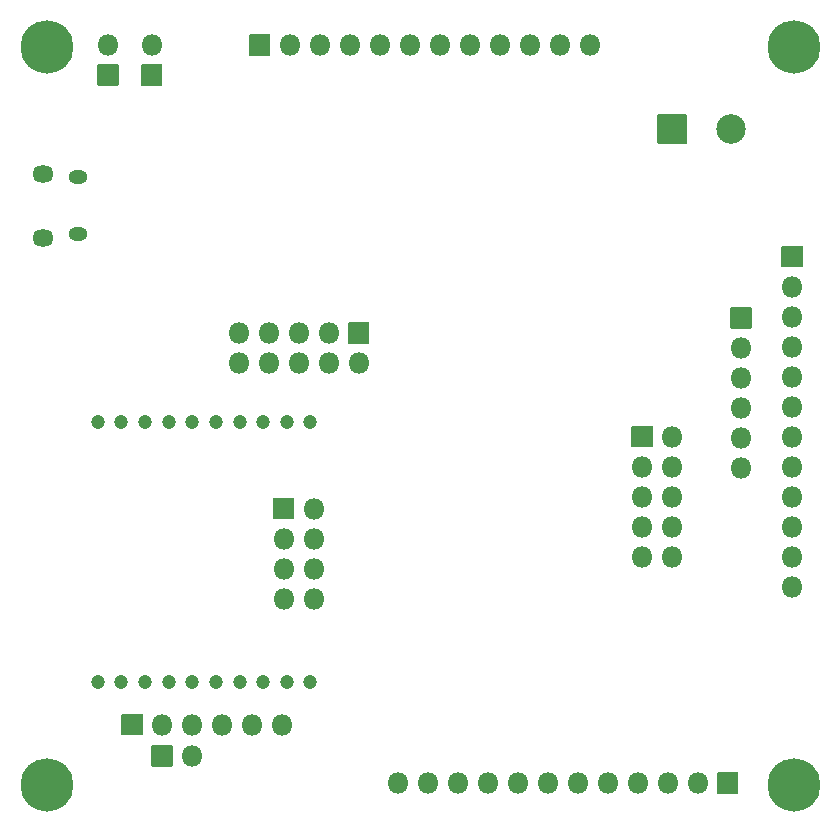
<source format=gbs>
G04 #@! TF.GenerationSoftware,KiCad,Pcbnew,(5.1.9)-1*
G04 #@! TF.CreationDate,2021-11-21T12:26:00+01:00*
G04 #@! TF.ProjectId,SmartSensor,536d6172-7453-4656-9e73-6f722e6b6963,1.3*
G04 #@! TF.SameCoordinates,Original*
G04 #@! TF.FileFunction,Soldermask,Bot*
G04 #@! TF.FilePolarity,Negative*
%FSLAX46Y46*%
G04 Gerber Fmt 4.6, Leading zero omitted, Abs format (unit mm)*
G04 Created by KiCad (PCBNEW (5.1.9)-1) date 2021-11-21 12:26:00*
%MOMM*%
%LPD*%
G01*
G04 APERTURE LIST*
%ADD10C,2.502000*%
%ADD11O,1.602000X1.202000*%
%ADD12O,1.802000X1.452000*%
%ADD13O,1.802000X1.802000*%
%ADD14C,1.202000*%
%ADD15C,4.502000*%
%ADD16C,0.802000*%
G04 APERTURE END LIST*
G36*
G01*
X217951000Y-89592000D02*
X217951000Y-87192000D01*
G75*
G02*
X218002000Y-87141000I51000J0D01*
G01*
X220402000Y-87141000D01*
G75*
G02*
X220453000Y-87192000I0J-51000D01*
G01*
X220453000Y-89592000D01*
G75*
G02*
X220402000Y-89643000I-51000J0D01*
G01*
X218002000Y-89643000D01*
G75*
G02*
X217951000Y-89592000I0J51000D01*
G01*
G37*
D10*
X224202000Y-88392000D03*
D11*
X168910000Y-92470000D03*
X168910000Y-97310000D03*
D12*
X165910000Y-92160000D03*
X165910000Y-97620000D03*
G36*
G01*
X174232000Y-84670000D02*
X174232000Y-82970000D01*
G75*
G02*
X174283000Y-82919000I51000J0D01*
G01*
X175983000Y-82919000D01*
G75*
G02*
X176034000Y-82970000I0J-51000D01*
G01*
X176034000Y-84670000D01*
G75*
G02*
X175983000Y-84721000I-51000J0D01*
G01*
X174283000Y-84721000D01*
G75*
G02*
X174232000Y-84670000I0J51000D01*
G01*
G37*
D13*
X175133000Y-81280000D03*
X171450000Y-81280000D03*
G36*
G01*
X170549000Y-84670000D02*
X170549000Y-82970000D01*
G75*
G02*
X170600000Y-82919000I51000J0D01*
G01*
X172300000Y-82919000D01*
G75*
G02*
X172351000Y-82970000I0J-51000D01*
G01*
X172351000Y-84670000D01*
G75*
G02*
X172300000Y-84721000I-51000J0D01*
G01*
X170600000Y-84721000D01*
G75*
G02*
X170549000Y-84670000I0J51000D01*
G01*
G37*
X225044000Y-117094000D03*
X225044000Y-114554000D03*
X225044000Y-112014000D03*
X225044000Y-109474000D03*
X225044000Y-106934000D03*
G36*
G01*
X224143000Y-105244000D02*
X224143000Y-103544000D01*
G75*
G02*
X224194000Y-103493000I51000J0D01*
G01*
X225894000Y-103493000D01*
G75*
G02*
X225945000Y-103544000I0J-51000D01*
G01*
X225945000Y-105244000D01*
G75*
G02*
X225894000Y-105295000I-51000J0D01*
G01*
X224194000Y-105295000D01*
G75*
G02*
X224143000Y-105244000I0J51000D01*
G01*
G37*
G36*
G01*
X191809000Y-104763000D02*
X193509000Y-104763000D01*
G75*
G02*
X193560000Y-104814000I0J-51000D01*
G01*
X193560000Y-106514000D01*
G75*
G02*
X193509000Y-106565000I-51000J0D01*
G01*
X191809000Y-106565000D01*
G75*
G02*
X191758000Y-106514000I0J51000D01*
G01*
X191758000Y-104814000D01*
G75*
G02*
X191809000Y-104763000I51000J0D01*
G01*
G37*
X192659000Y-108204000D03*
X190119000Y-105664000D03*
X190119000Y-108204000D03*
X187579000Y-105664000D03*
X187579000Y-108204000D03*
X185039000Y-105664000D03*
X185039000Y-108204000D03*
X182499000Y-105664000D03*
X182499000Y-108204000D03*
X219202000Y-124587000D03*
X216662000Y-124587000D03*
X219202000Y-122047000D03*
X216662000Y-122047000D03*
X219202000Y-119507000D03*
X216662000Y-119507000D03*
X219202000Y-116967000D03*
X216662000Y-116967000D03*
X219202000Y-114427000D03*
G36*
G01*
X215761000Y-115277000D02*
X215761000Y-113577000D01*
G75*
G02*
X215812000Y-113526000I51000J0D01*
G01*
X217512000Y-113526000D01*
G75*
G02*
X217563000Y-113577000I0J-51000D01*
G01*
X217563000Y-115277000D01*
G75*
G02*
X217512000Y-115328000I-51000J0D01*
G01*
X215812000Y-115328000D01*
G75*
G02*
X215761000Y-115277000I0J51000D01*
G01*
G37*
G36*
G01*
X176872000Y-142379000D02*
X175172000Y-142379000D01*
G75*
G02*
X175121000Y-142328000I0J51000D01*
G01*
X175121000Y-140628000D01*
G75*
G02*
X175172000Y-140577000I51000J0D01*
G01*
X176872000Y-140577000D01*
G75*
G02*
X176923000Y-140628000I0J-51000D01*
G01*
X176923000Y-142328000D01*
G75*
G02*
X176872000Y-142379000I-51000J0D01*
G01*
G37*
X178562000Y-141478000D03*
G36*
G01*
X174332000Y-139712000D02*
X172632000Y-139712000D01*
G75*
G02*
X172581000Y-139661000I0J51000D01*
G01*
X172581000Y-137961000D01*
G75*
G02*
X172632000Y-137910000I51000J0D01*
G01*
X174332000Y-137910000D01*
G75*
G02*
X174383000Y-137961000I0J-51000D01*
G01*
X174383000Y-139661000D01*
G75*
G02*
X174332000Y-139712000I-51000J0D01*
G01*
G37*
X176022000Y-138811000D03*
X178562000Y-138811000D03*
X181102000Y-138811000D03*
X183642000Y-138811000D03*
X186182000Y-138811000D03*
G36*
G01*
X185408000Y-121373000D02*
X185408000Y-119673000D01*
G75*
G02*
X185459000Y-119622000I51000J0D01*
G01*
X187159000Y-119622000D01*
G75*
G02*
X187210000Y-119673000I0J-51000D01*
G01*
X187210000Y-121373000D01*
G75*
G02*
X187159000Y-121424000I-51000J0D01*
G01*
X185459000Y-121424000D01*
G75*
G02*
X185408000Y-121373000I0J51000D01*
G01*
G37*
X188849000Y-120523000D03*
X186309000Y-123063000D03*
X188849000Y-123063000D03*
X186309000Y-125603000D03*
X188849000Y-125603000D03*
X186309000Y-128143000D03*
X188849000Y-128143000D03*
X212217000Y-81280000D03*
X209677000Y-81280000D03*
X207137000Y-81280000D03*
X204597000Y-81280000D03*
X202057000Y-81280000D03*
X199517000Y-81280000D03*
X196977000Y-81280000D03*
X194437000Y-81280000D03*
X191897000Y-81280000D03*
X189357000Y-81280000D03*
X186817000Y-81280000D03*
G36*
G01*
X183427000Y-80379000D02*
X185127000Y-80379000D01*
G75*
G02*
X185178000Y-80430000I0J-51000D01*
G01*
X185178000Y-82130000D01*
G75*
G02*
X185127000Y-82181000I-51000J0D01*
G01*
X183427000Y-82181000D01*
G75*
G02*
X183376000Y-82130000I0J51000D01*
G01*
X183376000Y-80430000D01*
G75*
G02*
X183427000Y-80379000I51000J0D01*
G01*
G37*
G36*
G01*
X230263000Y-98337000D02*
X230263000Y-100037000D01*
G75*
G02*
X230212000Y-100088000I-51000J0D01*
G01*
X228512000Y-100088000D01*
G75*
G02*
X228461000Y-100037000I0J51000D01*
G01*
X228461000Y-98337000D01*
G75*
G02*
X228512000Y-98286000I51000J0D01*
G01*
X230212000Y-98286000D01*
G75*
G02*
X230263000Y-98337000I0J-51000D01*
G01*
G37*
X229362000Y-101727000D03*
X229362000Y-104267000D03*
X229362000Y-106807000D03*
X229362000Y-109347000D03*
X229362000Y-111887000D03*
X229362000Y-114427000D03*
X229362000Y-116967000D03*
X229362000Y-119507000D03*
X229362000Y-122047000D03*
X229362000Y-124587000D03*
X229362000Y-127127000D03*
G36*
G01*
X224751000Y-144665000D02*
X223051000Y-144665000D01*
G75*
G02*
X223000000Y-144614000I0J51000D01*
G01*
X223000000Y-142914000D01*
G75*
G02*
X223051000Y-142863000I51000J0D01*
G01*
X224751000Y-142863000D01*
G75*
G02*
X224802000Y-142914000I0J-51000D01*
G01*
X224802000Y-144614000D01*
G75*
G02*
X224751000Y-144665000I-51000J0D01*
G01*
G37*
X221361000Y-143764000D03*
X218821000Y-143764000D03*
X216281000Y-143764000D03*
X213741000Y-143764000D03*
X211201000Y-143764000D03*
X208661000Y-143764000D03*
X206121000Y-143764000D03*
X203581000Y-143764000D03*
X201041000Y-143764000D03*
X198501000Y-143764000D03*
X195961000Y-143764000D03*
D14*
X170576000Y-135206000D03*
X172576000Y-135206000D03*
X174576000Y-135206000D03*
X176576000Y-135206000D03*
X178576000Y-135206000D03*
X180576000Y-135206000D03*
X182576000Y-135206000D03*
X184576000Y-135206000D03*
X186576000Y-135206000D03*
X188576000Y-135206000D03*
X188576000Y-113206000D03*
X186576000Y-113206000D03*
X184576000Y-113206000D03*
X182576000Y-113206000D03*
X180576000Y-113206000D03*
X178576000Y-113206000D03*
X176576000Y-113206000D03*
X174576000Y-113206000D03*
X172576000Y-113206000D03*
X170576000Y-113206000D03*
D15*
X229489000Y-81407000D03*
D16*
X231139000Y-81407000D03*
X230655726Y-82573726D03*
X229489000Y-83057000D03*
X228322274Y-82573726D03*
X227839000Y-81407000D03*
X228322274Y-80240274D03*
X229489000Y-79757000D03*
X230655726Y-80240274D03*
D15*
X166243000Y-81407000D03*
D16*
X167893000Y-81407000D03*
X167409726Y-82573726D03*
X166243000Y-83057000D03*
X165076274Y-82573726D03*
X164593000Y-81407000D03*
X165076274Y-80240274D03*
X166243000Y-79757000D03*
X167409726Y-80240274D03*
D15*
X166243000Y-143891000D03*
D16*
X167893000Y-143891000D03*
X167409726Y-145057726D03*
X166243000Y-145541000D03*
X165076274Y-145057726D03*
X164593000Y-143891000D03*
X165076274Y-142724274D03*
X166243000Y-142241000D03*
X167409726Y-142724274D03*
X230655726Y-142724274D03*
X229489000Y-142241000D03*
X228322274Y-142724274D03*
X227839000Y-143891000D03*
X228322274Y-145057726D03*
X229489000Y-145541000D03*
X230655726Y-145057726D03*
X231139000Y-143891000D03*
D15*
X229489000Y-143891000D03*
M02*

</source>
